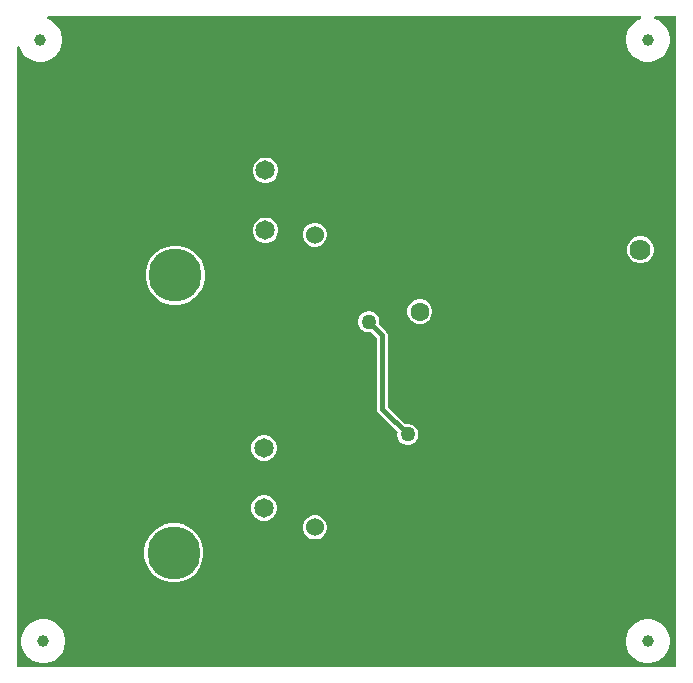
<source format=gbl>
G04*
G04 #@! TF.GenerationSoftware,Altium Limited,Altium Designer,25.4.2 (15)*
G04*
G04 Layer_Physical_Order=2*
G04 Layer_Color=16711680*
%FSLAX44Y44*%
%MOMM*%
G71*
G04*
G04 #@! TF.SameCoordinates,15869630-21D1-4171-BE07-BC68FFD32C74*
G04*
G04*
G04 #@! TF.FilePolarity,Positive*
G04*
G01*
G75*
%ADD17C,0.3810*%
%ADD45C,1.5240*%
%ADD51C,1.7800*%
%ADD56C,1.0000*%
%ADD57C,1.6500*%
%ADD58C,4.5000*%
%ADD59R,1.6000X1.6000*%
%ADD60C,1.6000*%
%ADD61C,1.2700*%
%ADD62C,0.8636*%
G36*
X563781Y5179D02*
X5179D01*
Y529890D01*
X7573Y530532D01*
X8970Y527158D01*
X10999Y524121D01*
X13581Y521539D01*
X16618Y519510D01*
X19992Y518112D01*
X23574Y517400D01*
X27226D01*
X30808Y518112D01*
X34182Y519510D01*
X37219Y521539D01*
X39801Y524121D01*
X41830Y527158D01*
X43228Y530532D01*
X43940Y534114D01*
Y537766D01*
X43228Y541348D01*
X41830Y544722D01*
X39801Y547759D01*
X37219Y550341D01*
X34182Y552370D01*
X30808Y553768D01*
X31450Y556161D01*
X533700D01*
X534342Y553768D01*
X530968Y552370D01*
X527931Y550341D01*
X525349Y547759D01*
X523320Y544722D01*
X521922Y541348D01*
X521210Y537766D01*
Y534114D01*
X521922Y530532D01*
X523320Y527158D01*
X525349Y524121D01*
X527931Y521539D01*
X530968Y519510D01*
X534342Y518112D01*
X537924Y517400D01*
X541576D01*
X545158Y518112D01*
X548532Y519510D01*
X551569Y521539D01*
X554151Y524121D01*
X556180Y527158D01*
X557578Y530532D01*
X558290Y534114D01*
Y537766D01*
X557578Y541348D01*
X556180Y544722D01*
X554151Y547759D01*
X551569Y550341D01*
X548532Y552370D01*
X545158Y553768D01*
X545800Y556161D01*
X563781D01*
Y5179D01*
D02*
G37*
%LPC*%
G36*
X217320Y436240D02*
X214480D01*
X211735Y435505D01*
X209275Y434084D01*
X207266Y432075D01*
X205845Y429615D01*
X205110Y426870D01*
Y424030D01*
X205845Y421285D01*
X207266Y418825D01*
X209275Y416816D01*
X211735Y415395D01*
X214480Y414660D01*
X217320D01*
X220065Y415395D01*
X222525Y416816D01*
X224534Y418825D01*
X225955Y421285D01*
X226690Y424030D01*
Y426870D01*
X225955Y429615D01*
X224534Y432075D01*
X222525Y434084D01*
X220065Y435505D01*
X217320Y436240D01*
D02*
G37*
G36*
Y385440D02*
X214480D01*
X211735Y384705D01*
X209275Y383284D01*
X207266Y381275D01*
X205845Y378815D01*
X205110Y376071D01*
Y373229D01*
X205845Y370485D01*
X207266Y368025D01*
X209275Y366016D01*
X211735Y364595D01*
X214480Y363860D01*
X217320D01*
X220065Y364595D01*
X222525Y366016D01*
X224534Y368025D01*
X225955Y370485D01*
X226690Y373229D01*
Y376071D01*
X225955Y378815D01*
X224534Y381275D01*
X222525Y383284D01*
X220065Y384705D01*
X217320Y385440D01*
D02*
G37*
G36*
X259148Y381000D02*
X256472D01*
X253888Y380308D01*
X251572Y378970D01*
X249680Y377078D01*
X248342Y374762D01*
X247650Y372178D01*
Y369502D01*
X248342Y366918D01*
X249680Y364602D01*
X251572Y362710D01*
X253888Y361372D01*
X256472Y360680D01*
X259148D01*
X261732Y361372D01*
X264048Y362710D01*
X265940Y364602D01*
X267278Y366918D01*
X267970Y369502D01*
Y372178D01*
X267278Y374762D01*
X265940Y377078D01*
X264048Y378970D01*
X261732Y380308D01*
X259148Y381000D01*
D02*
G37*
G36*
X534906Y369580D02*
X531894D01*
X528984Y368800D01*
X526376Y367294D01*
X524246Y365164D01*
X522740Y362556D01*
X521960Y359646D01*
Y356634D01*
X522740Y353724D01*
X524246Y351116D01*
X526376Y348986D01*
X528984Y347480D01*
X531894Y346700D01*
X534906D01*
X537816Y347480D01*
X540424Y348986D01*
X542554Y351116D01*
X544060Y353724D01*
X544840Y356634D01*
Y359646D01*
X544060Y362556D01*
X542554Y365164D01*
X540424Y367294D01*
X537816Y368800D01*
X534906Y369580D01*
D02*
G37*
G36*
X142166Y361590D02*
X137234D01*
X132396Y360628D01*
X127839Y358740D01*
X123738Y356000D01*
X120250Y352512D01*
X117510Y348411D01*
X115622Y343854D01*
X114660Y339016D01*
Y334084D01*
X115622Y329246D01*
X117510Y324689D01*
X120250Y320588D01*
X123738Y317100D01*
X127839Y314360D01*
X132396Y312472D01*
X137234Y311510D01*
X142166D01*
X147004Y312472D01*
X151561Y314360D01*
X155662Y317100D01*
X159150Y320588D01*
X161890Y324689D01*
X163778Y329246D01*
X164740Y334084D01*
Y339016D01*
X163778Y343854D01*
X161890Y348411D01*
X159150Y352512D01*
X155662Y356000D01*
X151561Y358740D01*
X147004Y360628D01*
X142166Y361590D01*
D02*
G37*
G36*
X348098Y316470D02*
X345322D01*
X342642Y315752D01*
X340238Y314364D01*
X338276Y312402D01*
X336888Y309998D01*
X336170Y307318D01*
Y304542D01*
X336888Y301862D01*
X338276Y299458D01*
X340238Y297496D01*
X342642Y296108D01*
X345322Y295390D01*
X348098D01*
X350778Y296108D01*
X353182Y297496D01*
X355144Y299458D01*
X356532Y301862D01*
X357250Y304542D01*
Y307318D01*
X356532Y309998D01*
X355144Y312402D01*
X353182Y314364D01*
X350778Y315752D01*
X348098Y316470D01*
D02*
G37*
G36*
X304700Y306070D02*
X302360D01*
X300099Y305464D01*
X298071Y304294D01*
X296416Y302639D01*
X295246Y300611D01*
X294640Y298350D01*
Y296010D01*
X295246Y293749D01*
X296416Y291721D01*
X298071Y290066D01*
X300099Y288896D01*
X302360Y288290D01*
X304700D01*
X305734Y288567D01*
X310428Y283873D01*
Y223520D01*
X310773Y221786D01*
X311755Y220315D01*
X327937Y204134D01*
X327660Y203100D01*
Y200760D01*
X328266Y198499D01*
X329436Y196471D01*
X331091Y194816D01*
X333119Y193646D01*
X335380Y193040D01*
X337720D01*
X339981Y193646D01*
X342009Y194816D01*
X343664Y196471D01*
X344834Y198499D01*
X345440Y200760D01*
Y203100D01*
X344834Y205361D01*
X343664Y207389D01*
X342009Y209044D01*
X339981Y210214D01*
X337720Y210820D01*
X335380D01*
X334346Y210543D01*
X319492Y225397D01*
Y285750D01*
X319147Y287484D01*
X318165Y288955D01*
X312143Y294976D01*
X312420Y296010D01*
Y298350D01*
X311814Y300611D01*
X310644Y302639D01*
X308989Y304294D01*
X306961Y305464D01*
X304700Y306070D01*
D02*
G37*
G36*
X216050Y201290D02*
X213209D01*
X210465Y200555D01*
X208005Y199134D01*
X205996Y197125D01*
X204575Y194665D01*
X203840Y191921D01*
Y189079D01*
X204575Y186335D01*
X205996Y183875D01*
X208005Y181866D01*
X210465Y180445D01*
X213209Y179710D01*
X216050D01*
X218795Y180445D01*
X221255Y181866D01*
X223264Y183875D01*
X224685Y186335D01*
X225420Y189079D01*
Y191921D01*
X224685Y194665D01*
X223264Y197125D01*
X221255Y199134D01*
X218795Y200555D01*
X216050Y201290D01*
D02*
G37*
G36*
Y150490D02*
X213209D01*
X210465Y149755D01*
X208005Y148334D01*
X205996Y146325D01*
X204575Y143865D01*
X203840Y141121D01*
Y138279D01*
X204575Y135535D01*
X205996Y133075D01*
X208005Y131066D01*
X210465Y129645D01*
X213209Y128910D01*
X216050D01*
X218795Y129645D01*
X221255Y131066D01*
X223264Y133075D01*
X224685Y135535D01*
X225420Y138279D01*
Y141121D01*
X224685Y143865D01*
X223264Y146325D01*
X221255Y148334D01*
X218795Y149755D01*
X216050Y150490D01*
D02*
G37*
G36*
X259148Y133350D02*
X256472D01*
X253888Y132658D01*
X251572Y131320D01*
X249680Y129428D01*
X248342Y127112D01*
X247650Y124528D01*
Y121852D01*
X248342Y119268D01*
X249680Y116952D01*
X251572Y115060D01*
X253888Y113722D01*
X256472Y113030D01*
X259148D01*
X261732Y113722D01*
X264048Y115060D01*
X265940Y116952D01*
X267278Y119268D01*
X267970Y121852D01*
Y124528D01*
X267278Y127112D01*
X265940Y129428D01*
X264048Y131320D01*
X261732Y132658D01*
X259148Y133350D01*
D02*
G37*
G36*
X140896Y126640D02*
X135964D01*
X131126Y125678D01*
X126569Y123790D01*
X122468Y121050D01*
X118980Y117562D01*
X116240Y113461D01*
X114352Y108904D01*
X113390Y104066D01*
Y99134D01*
X114352Y94296D01*
X116240Y89739D01*
X118980Y85638D01*
X122468Y82150D01*
X126569Y79410D01*
X131126Y77522D01*
X135964Y76560D01*
X140896D01*
X145734Y77522D01*
X150291Y79410D01*
X154392Y82150D01*
X157880Y85638D01*
X160620Y89739D01*
X162508Y94296D01*
X163470Y99134D01*
Y104066D01*
X162508Y108904D01*
X160620Y113461D01*
X157880Y117562D01*
X154392Y121050D01*
X150291Y123790D01*
X145734Y125678D01*
X140896Y126640D01*
D02*
G37*
G36*
X541576Y45210D02*
X537924D01*
X534342Y44497D01*
X530968Y43100D01*
X527931Y41071D01*
X525349Y38489D01*
X523320Y35452D01*
X521922Y32078D01*
X521210Y28496D01*
Y24844D01*
X521922Y21262D01*
X523320Y17888D01*
X525349Y14851D01*
X527931Y12269D01*
X530968Y10240D01*
X534342Y8842D01*
X537924Y8130D01*
X541576D01*
X545158Y8842D01*
X548532Y10240D01*
X551569Y12269D01*
X554151Y14851D01*
X556180Y17888D01*
X557578Y21262D01*
X558290Y24844D01*
Y28496D01*
X557578Y32078D01*
X556180Y35452D01*
X554151Y38489D01*
X551569Y41071D01*
X548532Y43100D01*
X545158Y44497D01*
X541576Y45210D01*
D02*
G37*
G36*
X29766D02*
X26114D01*
X22532Y44497D01*
X19158Y43100D01*
X16121Y41071D01*
X13539Y38489D01*
X11510Y35452D01*
X10113Y32078D01*
X9400Y28496D01*
Y24844D01*
X10113Y21262D01*
X11510Y17888D01*
X13539Y14851D01*
X16121Y12269D01*
X19158Y10240D01*
X22532Y8842D01*
X26114Y8130D01*
X29766D01*
X33348Y8842D01*
X36722Y10240D01*
X39759Y12269D01*
X42341Y14851D01*
X44370Y17888D01*
X45767Y21262D01*
X46480Y24844D01*
Y28496D01*
X45767Y32078D01*
X44370Y35452D01*
X42341Y38489D01*
X39759Y41071D01*
X36722Y43100D01*
X33348Y44497D01*
X29766Y45210D01*
D02*
G37*
%LPD*%
D17*
X303530Y297180D02*
X314960Y285750D01*
Y223520D02*
Y285750D01*
Y223520D02*
X336550Y201930D01*
D45*
X257810Y123190D02*
D03*
Y97790D02*
D03*
Y370840D02*
D03*
Y345440D02*
D03*
D51*
X533400Y358140D02*
D03*
D56*
X27940Y26670D02*
D03*
X539750Y535940D02*
D03*
Y26670D02*
D03*
X25400Y535940D02*
D03*
D57*
X215900Y374650D02*
D03*
Y425450D02*
D03*
X214630Y190500D02*
D03*
Y139700D02*
D03*
D58*
X139700Y463550D02*
D03*
Y336550D02*
D03*
X138430Y101600D02*
D03*
Y228600D02*
D03*
D59*
X346710Y455930D02*
D03*
D60*
Y305930D02*
D03*
D61*
X487680Y151130D02*
D03*
X303530Y297180D02*
D03*
X336550Y201930D02*
D03*
X373380Y205740D02*
D03*
X257810Y431800D02*
D03*
D62*
X428625Y434340D02*
D03*
X405130D02*
D03*
X452120Y414020D02*
D03*
X428625D02*
D03*
X405130D02*
D03*
X452120Y434340D02*
D03*
M02*

</source>
